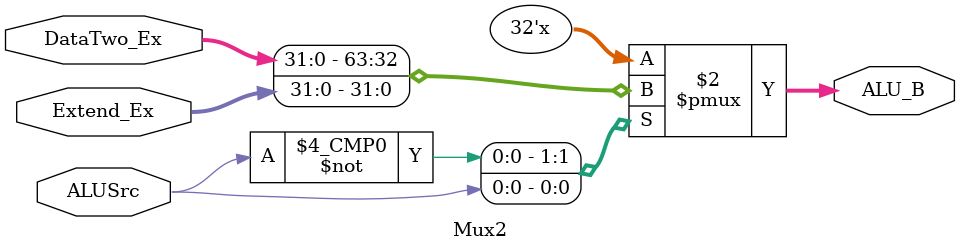
<source format=v>
module Mux2 (
  input wire ALUSrc,
	input wire [31:0] Extend_Ex,DataTwo_Ex,	
	output reg [31:0] ALU_B);

always @(*)
	 begin
		case (ALUSrc)
			0: ALU_B <= DataTwo_Ex ;
			1: ALU_B <= Extend_Ex;
		endcase
	end

endmodule
</source>
